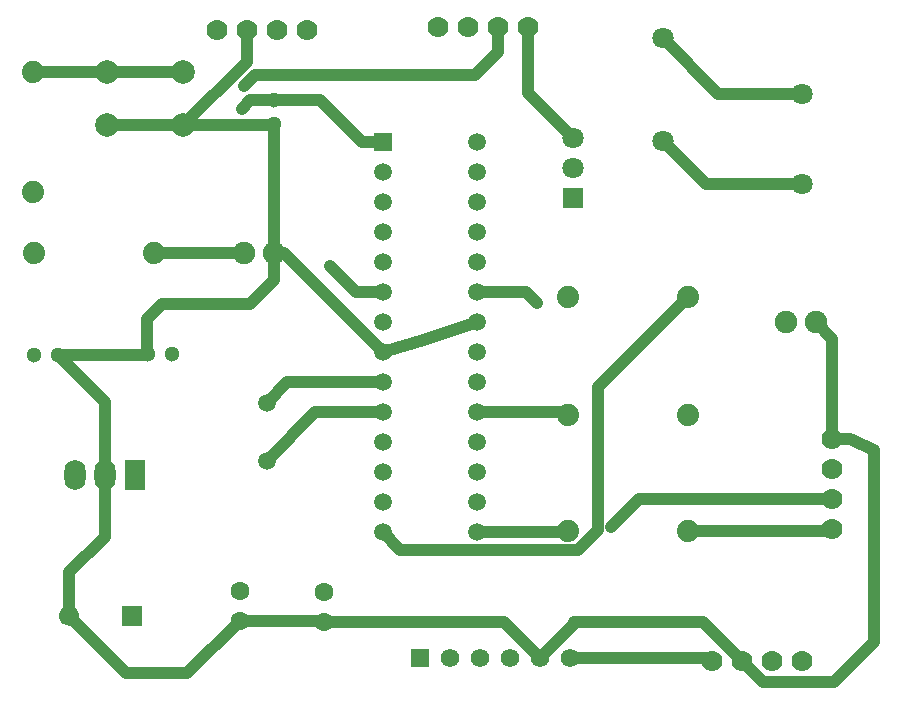
<source format=gtl>
G04 Layer: TopLayer*
G04 EasyEDA v6.5.22, 2023-04-19 18:57:47*
G04 ea0b047a10f34627951ed673aab6b0d1,23e0b72c0ed747e58eec44992e5d9f69,10*
G04 Gerber Generator version 0.2*
G04 Scale: 100 percent, Rotated: No, Reflected: No *
G04 Dimensions in millimeters *
G04 leading zeros omitted , absolute positions ,4 integer and 5 decimal *
%FSLAX45Y45*%
%MOMM*%

%ADD10C,1.0000*%
%ADD11C,1.3000*%
%ADD12C,1.6000*%
%ADD13C,1.9000*%
%ADD14C,1.8000*%
%ADD15C,1.7780*%
%ADD16C,1.5748*%
%ADD17R,1.5748X1.5748*%
%ADD18R,1.7000X1.7000*%
%ADD19C,1.7000*%
%ADD20R,1.8000X1.8000*%
%ADD21C,1.8796*%
%ADD22C,2.0000*%
%ADD23R,1.5000X1.5000*%
%ADD24C,1.5000*%
%ADD25O,1.7999964X2.5999948*%
%ADD26R,1.8000X2.6000*%
%ADD27C,0.6100*%

%LPD*%
D10*
X2730500Y3810000D02*
G01*
X2730500Y3581400D01*
X2527300Y3378200D01*
X1778000Y3378200D01*
X1651000Y3251200D01*
X1651000Y2973400D01*
X1665300Y2959100D01*
X4622800Y5727700D02*
G01*
X4622800Y5511800D01*
X4432300Y5321300D01*
X2566161Y5321300D01*
X2474213Y5229352D01*
X1295400Y1929892D02*
G01*
X1295400Y1409700D01*
X998220Y1112520D01*
X998220Y736600D01*
X6235674Y3441700D02*
G01*
X5470702Y2676728D01*
X5470702Y1467612D01*
X5301945Y1298854D01*
X3800246Y1298854D01*
X3651300Y1447800D01*
X4451299Y2463800D02*
G01*
X5194300Y2463800D01*
X5219700Y2438400D01*
X3200196Y3699916D02*
G01*
X3420313Y3479800D01*
X3651300Y3479800D01*
X4451299Y3479800D02*
G01*
X4864506Y3479800D01*
X4955768Y3388537D01*
X4451299Y1447800D02*
G01*
X5207000Y1447800D01*
X5219700Y1460500D01*
X5586095Y1493545D02*
G01*
X5819749Y1727200D01*
X7454900Y1727200D01*
X7200900Y5156200D02*
G01*
X6492900Y5156200D01*
X6019800Y5629300D01*
X1714500Y3810000D02*
G01*
X2476500Y3810000D01*
X2667000Y2542692D02*
G01*
X2842107Y2717800D01*
X3651300Y2717800D01*
X3651300Y2463800D02*
G01*
X3076092Y2463800D01*
X2667000Y2054707D01*
X6235700Y1460500D02*
G01*
X7442200Y1460500D01*
X7454900Y1473200D01*
X7200900Y4394200D02*
G01*
X6384899Y4394200D01*
X6019800Y4759299D01*
X5232425Y381000D02*
G01*
X6413500Y381000D01*
X6438900Y355600D01*
X3651300Y4749800D02*
G01*
X3476218Y4749800D01*
X1963318Y5343093D02*
G01*
X1313332Y5343093D01*
X1313332Y5343093D02*
G01*
X689406Y5343093D01*
X685800Y5346700D01*
X3476218Y4749800D02*
G01*
X3122218Y5103799D01*
X2730500Y5103799D01*
X2730500Y5103799D02*
G01*
X2527249Y5103799D01*
X2455163Y5031714D01*
X1963305Y4893109D02*
G01*
X1313319Y4893109D01*
X1963305Y4893109D02*
G01*
X2719809Y4893109D01*
X2730500Y4903800D01*
X2501900Y5702300D02*
G01*
X2501900Y5431706D01*
X1963303Y4893109D01*
X900099Y2946400D02*
G01*
X1652600Y2946400D01*
X1665300Y2959100D01*
X900099Y2946400D02*
G01*
X1295425Y2551074D01*
X1295425Y1929892D01*
X998220Y736600D02*
G01*
X1480820Y254000D01*
X1993900Y254000D01*
X2438400Y698500D01*
X2438400Y698500D02*
G01*
X3136900Y698500D01*
X3149600Y685800D01*
X2730500Y3810000D02*
G01*
X2813100Y3810000D01*
X3651300Y2971800D01*
X3149600Y685800D02*
G01*
X4673615Y685800D01*
X4978412Y381002D01*
X6692900Y355600D02*
G01*
X6362700Y685800D01*
X5270500Y685800D01*
X5270500Y673087D01*
X4978412Y381000D01*
X2730500Y4903723D02*
G01*
X2730500Y3810000D01*
X6692900Y355600D02*
G01*
X6870700Y177800D01*
X7467600Y177800D01*
X7810500Y520700D01*
X7810500Y2146300D01*
X7607300Y2235200D01*
X7454900Y2235200D01*
X7454900Y2235200D02*
G01*
X7454900Y3086112D01*
X7315210Y3225802D01*
X4876825Y5727700D02*
G01*
X4876825Y5168887D01*
X5257800Y4787912D01*
X3651250Y2971800D02*
G01*
X4025900Y3086100D01*
X4451299Y3225800D01*
D11*
G01*
X2730500Y5103799D03*
G01*
X2730500Y4903800D03*
G01*
X1865299Y2959100D03*
G01*
X1665300Y2959100D03*
G01*
X700100Y2946400D03*
G01*
X900099Y2946400D03*
D12*
G01*
X3149600Y939800D03*
G01*
X3149600Y685800D03*
G01*
X2438400Y952500D03*
G01*
X2438400Y698500D03*
D13*
G01*
X7061200Y3225800D03*
G01*
X7315200Y3225800D03*
G01*
X2476500Y3810000D03*
G01*
X2730500Y3810000D03*
D14*
G01*
X6019800Y4759299D03*
G01*
X6019800Y5629300D03*
D15*
G01*
X4114825Y5727700D03*
G01*
X4368825Y5727700D03*
G01*
X4622825Y5727700D03*
G01*
X4876825Y5727700D03*
G01*
X3009900Y5702300D03*
G01*
X2755900Y5702300D03*
G01*
X2501900Y5702300D03*
G01*
X2247900Y5702300D03*
G01*
X7454900Y1473200D03*
G01*
X7454900Y1727200D03*
G01*
X7454900Y1981200D03*
G01*
X7454900Y2235200D03*
G01*
X6438900Y355600D03*
G01*
X6692900Y355600D03*
G01*
X6946900Y355600D03*
G01*
X7200900Y355600D03*
D16*
G01*
X5232425Y381000D03*
G01*
X4978425Y381000D03*
G01*
X4724425Y381000D03*
G01*
X4470425Y381000D03*
G01*
X4216425Y381000D03*
D17*
G01*
X3962400Y381000D03*
D18*
G01*
X1526539Y736600D03*
D19*
G01*
X998220Y736600D03*
D14*
G01*
X7200900Y4394200D03*
G01*
X7200900Y5156200D03*
D20*
G01*
X5257800Y4279900D03*
D14*
G01*
X5257800Y4533900D03*
G01*
X5257800Y4787900D03*
D21*
G01*
X5219700Y2438400D03*
G01*
X6235700Y2438400D03*
G01*
X685800Y4330700D03*
G01*
X685800Y5346700D03*
G01*
X698500Y3810000D03*
G01*
X1714500Y3810000D03*
G01*
X6235700Y1460500D03*
G01*
X5219700Y1460500D03*
G01*
X6235674Y3441700D03*
G01*
X5219674Y3441700D03*
D22*
G01*
X1313332Y5343093D03*
G01*
X1963318Y5343093D03*
G01*
X1963318Y4893106D03*
G01*
X1313332Y4893106D03*
D23*
G01*
X3651300Y4749800D03*
D24*
G01*
X3651300Y4495800D03*
G01*
X3651300Y4241800D03*
G01*
X3651300Y3987800D03*
G01*
X3651300Y3733800D03*
G01*
X3651300Y3479800D03*
G01*
X3651300Y3225800D03*
G01*
X3651300Y2971800D03*
G01*
X3651300Y2717800D03*
G01*
X3651300Y2463800D03*
G01*
X3651300Y2209800D03*
G01*
X3651300Y1955800D03*
G01*
X3651300Y1701800D03*
G01*
X3651300Y1447800D03*
G01*
X4451299Y4749800D03*
G01*
X4451299Y4495800D03*
G01*
X4451299Y4241800D03*
G01*
X4451299Y3987800D03*
G01*
X4451299Y3733800D03*
G01*
X4451299Y3479800D03*
G01*
X4451299Y3225800D03*
G01*
X4451299Y2971800D03*
G01*
X4451299Y2717800D03*
G01*
X4451299Y2463800D03*
G01*
X4451299Y2209800D03*
G01*
X4451299Y1955800D03*
G01*
X4451299Y1701800D03*
G01*
X4451299Y1447800D03*
D25*
G01*
X1295425Y1929892D03*
G01*
X1041400Y1930882D03*
D26*
G01*
X1549425Y1929892D03*
D24*
G01*
X2667000Y2542692D03*
G01*
X2667000Y2054707D03*
D27*
G01*
X2455163Y5031714D03*
G01*
X2474213Y5229428D03*
G01*
X5586095Y1493545D03*
G01*
X4955768Y3388537D03*
G01*
X3200196Y3699916D03*
M02*

</source>
